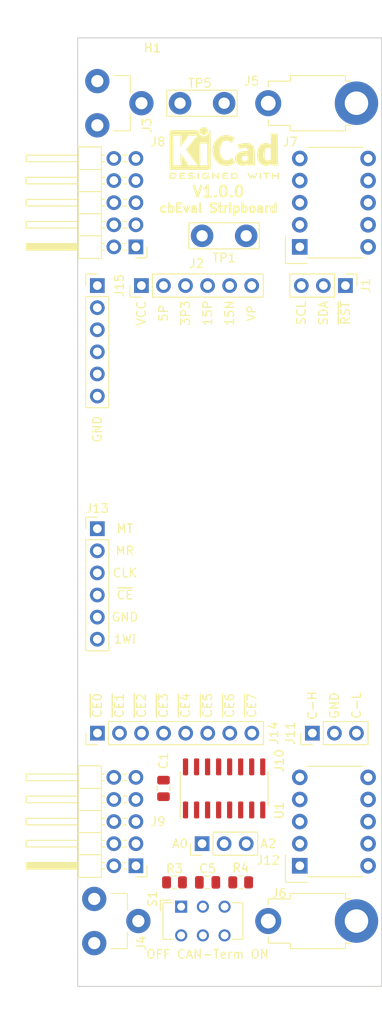
<source format=kicad_pcb>
(kicad_pcb (version 20210228) (generator pcbnew)
  (title_block (title "Stripboard") (rev "1.0.0"))
  (layers (0 "F.Cu" signal) (31 "B.Cu" signal) (34 "B.Paste" user) (35 "F.Paste" user) (36 "B.SilkS" user "B.Silkscreen") (37 "F.SilkS" user "F.Silkscreen") (38 "B.Mask" user) (39 "F.Mask" user) (44 "Edge.Cuts" user))
  (property "TITLE" "cbEval Stripboard")
  (property "VERSION" "V1.0.0")
  (net 0 "")
  (net 1 "VCC")
  (net 2 "GND")
  (net 3 "+5V")
  (net 4 "+3V3")
  (net 5 "/~RESET")
  (net 6 "/SPI-ADR2")
  (net 7 "/One-Wire")
  (net 8 "+VDC")
  (net 9 "Net-(C5-Pad1)")
  (net 10 "Net-(R3-Pad2)")
  (net 11 "Net-(R4-Pad2)")
  (net 14 "-15V")
  (net 15 "+15V")
  (net 16 "/I2C-SCL")
  (net 17 "/I2C-SDA")
  (net 18 "/SPI-ADR1")
  (net 19 "/SPI-ADR0")
  (net 20 "/SPI-~CE")
  (net 21 "/SPI-CLK")
  (net 22 "/SPI-MRST")
  (net 23 "/SPI-MTSR")
  (net 24 "/CAN-L")
  (net 25 "/CAN-H")
  (net 26 "Net-(J14-Pad8)")
  (net 27 "Net-(J14-Pad7)")
  (net 28 "Net-(J14-Pad6)")
  (net 29 "Net-(J14-Pad5)")
  (net 30 "Net-(J14-Pad4)")
  (net 31 "Net-(J14-Pad3)")
  (net 32 "Net-(J14-Pad2)")
  (net 33 "Net-(J14-Pad1)")
  (footprint "BTech.Housing:Camdenboss.CIME.E.BE3500S.1x" (layer "F.Cu") (at 146.05 100.965)
    (fp_text reference "H1" (at -8.89 -53.34 unlocked) (layer "F.SilkS"))
    (fp_text value "CIME.E.BE3500S.1x")
    (fp_line (start -17.5 -54.5) (end 17.5 -54.5) (layer "Edge.Cuts") (width 0.12))
    (fp_line (start 17.5 54.5) (end -17.5 54.5) (layer "Edge.Cuts") (width 0.12))
    (fp_line (start 17.5 -54.5) (end 17.5 54.5) (layer "Edge.Cuts") (width 0.12))
    (fp_line (start -17.5 54.5) (end -17.5 -54.5) (layer "Edge.Cuts") (width 0.12))
  )
  (footprint "Connector_PinHeader_2.54mm:PinHeader_1x08_P2.54mm_Vertical" (layer "F.Cu") (at 130.825 126.365 90)
    (fp_text reference "J14" (at 0 20.305 90) (layer "F.SilkS"))
    (fp_text value "Bergstik-II_8" hide)
    (pad "1" thru_hole rect (at 0 0 90) (size 1.7 1.7) (drill 1) (layers *.Cu *.Mask) (net 33 "Net-(J14-Pad1)"))
    (pad "2" thru_hole oval (at 0 2.54 90) (size 1.7 1.7) (drill 1) (layers *.Cu *.Mask) (net 32 "Net-(J14-Pad2)"))
    (pad "3" thru_hole oval (at 0 5.08 90) (size 1.7 1.7) (drill 1) (layers *.Cu *.Mask) (net 31 "Net-(J14-Pad3)"))
    (pad "4" thru_hole oval (at 0 7.62 90) (size 1.7 1.7) (drill 1) (layers *.Cu *.Mask) (net 30 "Net-(J14-Pad4)"))
    (pad "5" thru_hole oval (at 0 10.16 90) (size 1.7 1.7) (drill 1) (layers *.Cu *.Mask) (net 29 "Net-(J14-Pad5)"))
    (pad "6" thru_hole oval (at 0 12.7 90) (size 1.7 1.7) (drill 1) (layers *.Cu *.Mask) (net 28 "Net-(J14-Pad6)"))
    (pad "7" thru_hole oval (at 0 15.24 90) (size 1.7 1.7) (drill 1) (layers *.Cu *.Mask) (net 27 "Net-(J14-Pad7)"))
    (pad "8" thru_hole oval (at 0 17.78 90) (size 1.7 1.7) (drill 1) (layers *.Cu *.Mask) (net 26 "Net-(J14-Pad8)"))
  )
  (footprint "Connector_PinHeader_2.54mm:PinHeader_1x03_P2.54mm_Vertical" (layer "F.Cu") (at 159.385 74.93 -90)
    (fp_text reference "J1" (at 0 -2.33 90) (layer "F.SilkS"))
    (fp_text value "Bergstik-II_3" hide)
    (pad "1" thru_hole rect (at 0 0 270) (size 1.7 1.7) (drill 1) (layers *.Cu *.Mask) (net 5 "/~RESET"))
    (pad "2" thru_hole oval (at 0 2.54 270) (size 1.7 1.7) (drill 1) (layers *.Cu *.Mask) (net 17 "/I2C-SDA"))
    (pad "3" thru_hole oval (at 0 5.08 270) (size 1.7 1.7) (drill 1) (layers *.Cu *.Mask) (net 16 "/I2C-SCL"))
  )
  (footprint "BTech.Connector.AMPMODU-ModII:Socket.Hor.2x5.6-5535512-4" (layer "F.Cu") (at 161.9955 65.405)
    (fp_text reference "J7" (at -8.9605 -6.985 unlocked) (layer "F.SilkS"))
    (fp_text value "Socket.Hor.2x5.6-5535512-4" hide)
    (pad "1" thru_hole rect (at -7.87 5.08) (size 1.8 1.8) (drill 1) (layers *.Cu *.Mask) (net 1 "VCC"))
    (pad "2" thru_hole circle (at 0 5.08) (size 1.8 1.8) (drill 1) (layers *.Cu *.Mask) (net 1 "VCC"))
    (pad "3" thru_hole circle (at -7.87 2.54) (size 1.8 1.8) (drill 1) (layers *.Cu *.Mask) (net 3 "+5V"))
    (pad "4" thru_hole circle (at 0 2.54) (size 1.8 1.8) (drill 1) (layers *.Cu *.Mask) (net 4 "+3V3"))
    (pad "5" thru_hole circle (at -7.87 0) (size 1.8 1.8) (drill 1) (layers *.Cu *.Mask) (net 15 "+15V"))
    (pad "6" thru_hole circle (at 0 0) (size 1.8 1.8) (drill 1) (layers *.Cu *.Mask) (net 14 "-15V"))
    (pad "7" thru_hole circle (at -7.87 -2.54) (size 1.8 1.8) (drill 1) (layers *.Cu *.Mask) (net 8 "+VDC"))
    (pad "8" thru_hole circle (at 0 -2.54) (size 1.8 1.8) (drill 1) (layers *.Cu *.Mask) (net 5 "/~RESET"))
    (pad "9" thru_hole circle (at -7.87 -5.08) (size 1.8 1.8) (drill 1) (layers *.Cu *.Mask) (net 17 "/I2C-SDA"))
    (pad "10" thru_hole circle (at 0 -5.08) (size 1.8 1.8) (drill 1) (layers *.Cu *.Mask) (net 16 "/I2C-SCL"))
  )
  (footprint "Connector_PinHeader_2.54mm:PinHeader_1x03_P2.54mm_Vertical" (layer "F.Cu") (at 155.575 126.365 90)
    (fp_text reference "J11" (at 0 -2.54 90) (layer "F.SilkS"))
    (fp_text value "Bergstik-II_3" hide)
    (pad "1" thru_hole rect (at 0 0 90) (size 1.7 1.7) (drill 1) (layers *.Cu *.Mask) (net 25 "/CAN-H"))
    (pad "2" thru_hole oval (at 0 2.54 90) (size 1.7 1.7) (drill 1) (layers *.Cu *.Mask) (net 2 "GND"))
    (pad "3" thru_hole oval (at 0 5.08 90) (size 1.7 1.7) (drill 1) (layers *.Cu *.Mask) (net 24 "/CAN-L"))
  )
  (footprint "Connector_PinHeader_2.54mm:PinHeader_2x05_P2.54mm_Horizontal" (layer "F.Cu") (at 135.255 70.485 180)
    (fp_text reference "J8" (at -2.54 12.065) (layer "F.SilkS"))
    (fp_text value "Header.Hor.2x5.9-103326-0-05" hide)
    (pad "1" thru_hole rect (at 0 0 180) (size 1.7 1.7) (drill 1) (layers *.Cu *.Mask) (net 1 "VCC"))
    (pad "2" thru_hole oval (at 2.54 0 180) (size 1.7 1.7) (drill 1) (layers *.Cu *.Mask) (net 1 "VCC"))
    (pad "3" thru_hole oval (at 0 2.54 180) (size 1.7 1.7) (drill 1) (layers *.Cu *.Mask) (net 3 "+5V"))
    (pad "4" thru_hole oval (at 2.54 2.54 180) (size 1.7 1.7) (drill 1) (layers *.Cu *.Mask) (net 4 "+3V3"))
    (pad "5" thru_hole oval (at 0 5.08 180) (size 1.7 1.7) (drill 1) (layers *.Cu *.Mask) (net 15 "+15V"))
    (pad "6" thru_hole oval (at 2.54 5.08 180) (size 1.7 1.7) (drill 1) (layers *.Cu *.Mask) (net 14 "-15V"))
    (pad "7" thru_hole oval (at 0 7.62 180) (size 1.7 1.7) (drill 1) (layers *.Cu *.Mask) (net 8 "+VDC"))
    (pad "8" thru_hole oval (at 2.54 7.62 180) (size 1.7 1.7) (drill 1) (layers *.Cu *.Mask) (net 5 "/~RESET"))
    (pad "9" thru_hole oval (at 0 10.16 180) (size 1.7 1.7) (drill 1) (layers *.Cu *.Mask) (net 17 "/I2C-SDA"))
    (pad "10" thru_hole oval (at 2.54 10.16 180) (size 1.7 1.7) (drill 1) (layers *.Cu *.Mask) (net 16 "/I2C-SCL"))
  )
  (footprint "BTech.Connector.QuickConnect:Keystone.4918" (layer "F.Cu") (at 130.457499 147.955)
    (fp_text reference "J4" (at 5.432501 2.54 90 unlocked) (layer "F.SilkS"))
    (fp_text value "Keystone.4918" hide)
    (pad "1" thru_hole circle (at 0 -2.54) (size 2.8 2.8) (drill 1.4) (layers *.Cu *.Mask) (net 2 "GND"))
    (pad "1" thru_hole circle (at 5.08 0) (size 2.8 2.8) (drill 1.4) (layers *.Cu *.Mask) (net 2 "GND"))
    (pad "1" thru_hole circle (at 0 2.54) (size 2.8 2.8) (drill 1.4) (layers *.Cu *.Mask) (net 2 "GND"))
  )
  (footprint "Capacitor_SMD:C_0805_2012Metric" (layer "F.Cu") (at 143.51 143.51 180)
    (fp_text reference "C5" (at 0 1.5875) (layer "F.SilkS"))
    (fp_text value "4n7" hide)
    (pad "1" smd roundrect (at -0.95 0 180) (size 1 1.45) (layers "F.Cu" "F.Paste" "F.Mask") (net 9 "Net-(C5-Pad1)"))
    (pad "2" smd roundrect (at 0.95 0 180) (size 1 1.45) (layers "F.Cu" "F.Paste" "F.Mask") (net 2 "GND"))
  )
  (footprint "Connector_PinHeader_2.54mm:PinHeader_2x05_P2.54mm_Horizontal" (layer "F.Cu") (at 135.255 141.605 180)
    (fp_text reference "J9" (at -2.54 5.08) (layer "F.SilkS"))
    (fp_text value "Header.Hor.2x5.9-103326-0-05" hide)
    (pad "1" thru_hole rect (at 0 0 180) (size 1.7 1.7) (drill 1) (layers *.Cu *.Mask) (net 25 "/CAN-H"))
    (pad "2" thru_hole oval (at 2.54 0 180) (size 1.7 1.7) (drill 1) (layers *.Cu *.Mask) (net 24 "/CAN-L"))
    (pad "3" thru_hole oval (at 0 2.54 180) (size 1.7 1.7) (drill 1) (layers *.Cu *.Mask) (net 23 "/SPI-MTSR"))
    (pad "4" thru_hole oval (at 2.54 2.54 180) (size 1.7 1.7) (drill 1) (layers *.Cu *.Mask) (net 22 "/SPI-MRST"))
    (pad "5" thru_hole oval (at 0 5.08 180) (size 1.7 1.7) (drill 1) (layers *.Cu *.Mask) (net 21 "/SPI-CLK"))
    (pad "6" thru_hole oval (at 2.54 5.08 180) (size 1.7 1.7) (drill 1) (layers *.Cu *.Mask) (net 20 "/SPI-~CE"))
    (pad "7" thru_hole oval (at 0 7.62 180) (size 1.7 1.7) (drill 1) (layers *.Cu *.Mask) (net 19 "/SPI-ADR0"))
    (pad "8" thru_hole oval (at 2.54 7.62 180) (size 1.7 1.7) (drill 1) (layers *.Cu *.Mask) (net 18 "/SPI-ADR1"))
    (pad "9" thru_hole oval (at 0 10.16 180) (size 1.7 1.7) (drill 1) (layers *.Cu *.Mask) (net 6 "/SPI-ADR2"))
    (pad "10" thru_hole oval (at 2.54 10.16 180) (size 1.7 1.7) (drill 1) (layers *.Cu *.Mask) (net 7 "/One-Wire"))
  )
  (footprint "TestPoint:TestPoint_Bridge_Pitch5.08mm_Drill1.3mm" (layer "F.Cu") (at 147.955 69.215 180)
    (fp_text reference "TP1" (at 2.54 -2.54) (layer "F.SilkS"))
    (fp_text value "TAB1287" hide)
    (pad "1" thru_hole circle (at 0 0 180) (size 2.6 2.6) (drill 1.3) (layers *.Cu *.Mask) (net 2 "GND"))
    (pad "1" thru_hole circle (at 5.08 0 180) (size 2.6 2.6) (drill 1.3) (layers *.Cu *.Mask) (net 2 "GND"))
  )
  (footprint "TestPoint:TestPoint_Bridge_Pitch5.08mm_Drill1.3mm" (layer "F.Cu") (at 145.415 53.975 180)
    (fp_text reference "TP5" (at 2.8 2.3) (layer "F.SilkS"))
    (fp_text value "TAB1287" hide)
    (pad "1" thru_hole circle (at 5.08 0 180) (size 2.6 2.6) (drill 1.3) (layers *.Cu *.Mask) (net 2 "GND"))
    (pad "1" thru_hole circle (at 0 0 180) (size 2.6 2.6) (drill 1.3) (layers *.Cu *.Mask) (net 2 "GND"))
  )
  (footprint "Resistor_SMD:R_0805_2012Metric" (layer "F.Cu") (at 139.7 143.51 180)
    (fp_text reference "R3" (at 0 1.5875) (layer "F.SilkS"))
    (fp_text value "60R4" hide)
    (pad "1" smd roundrect (at -0.9125 0 180) (size 1.025 1.4) (layers "F.Cu" "F.Paste" "F.Mask") (roundrect_rratio 0.243902) (net 9 "Net-(C5-Pad1)"))
    (pad "2" smd roundrect (at 0.9125 0 180) (size 1.025 1.4) (layers "F.Cu" "F.Paste" "F.Mask") (roundrect_rratio 0.243902) (net 10 "Net-(R3-Pad2)"))
  )
  (footprint "BTech.Connector.QuickConnect:Keystone.4918" (layer "F.Cu") (at 130.81 53.975)
    (fp_text reference "J3" (at 5.715 2.54 90 unlocked) (layer "F.SilkS"))
    (fp_text value "Keystone.4918" hide)
    (pad "1" thru_hole circle (at 0 -2.54) (size 2.8 2.8) (drill 1.4) (layers *.Cu *.Mask) (net 2 "GND"))
    (pad "1" thru_hole circle (at 5.08 0) (size 2.8 2.8) (drill 1.4) (layers *.Cu *.Mask) (net 2 "GND"))
    (pad "1" thru_hole circle (at 0 2.54) (size 2.8 2.8) (drill 1.4) (layers *.Cu *.Mask) (net 2 "GND"))
  )
  (footprint "BTech.Connector.QuickConnect:Keystone.3571" (layer "F.Cu") (at 155.575 53.975)
    (fp_text reference "J5" (at -6.985 -2.54 unlocked) (layer "F.SilkS"))
    (fp_text value "Keystone.3571" hide)
    (pad "1" thru_hole circle (at -5.08 0) (size 3 3) (drill 1.7) (layers *.Cu *.Mask) (net 2 "GND"))
    (pad "1" thru_hole circle (at 5.08 0) (size 5 5) (drill 2.7) (layers *.Cu *.Mask) (net 2 "GND"))
  )
  (footprint "Resistor_SMD:R_0805_2012Metric" (layer "F.Cu") (at 147.32 143.51)
    (fp_text reference "R4" (at 0 -1.65) (layer "F.SilkS"))
    (fp_text value "60R4" hide)
    (pad "1" smd roundrect (at -0.9125 0) (size 1.025 1.4) (layers "F.Cu" "F.Paste" "F.Mask") (roundrect_rratio 0.243902) (net 9 "Net-(C5-Pad1)"))
    (pad "2" smd roundrect (at 0.9125 0) (size 1.025 1.4) (layers "F.Cu" "F.Paste" "F.Mask") (roundrect_rratio 0.243902) (net 11 "Net-(R4-Pad2)"))
  )
  (footprint "Connector_PinHeader_2.54mm:PinHeader_1x06_P2.54mm_Vertical" (layer "F.Cu") (at 130.81 102.87)
    (fp_text reference "J13" (at 0 -2.33) (layer "F.SilkS"))
    (fp_text value "Bergstik-II_6" hide)
    (pad "1" thru_hole rect (at 0 0) (size 1.7 1.7) (drill 1) (layers *.Cu *.Mask) (net 23 "/SPI-MTSR"))
    (pad "2" thru_hole oval (at 0 2.54) (size 1.7 1.7) (drill 1) (layers *.Cu *.Mask) (net 22 "/SPI-MRST"))
    (pad "3" thru_hole oval (at 0 5.08) (size 1.7 1.7) (drill 1) (layers *.Cu *.Mask) (net 21 "/SPI-CLK"))
    (pad "4" thru_hole oval (at 0 7.62) (size 1.7 1.7) (drill 1) (layers *.Cu *.Mask) (net 20 "/SPI-~CE"))
    (pad "5" thru_hole oval (at 0 10.16) (size 1.7 1.7) (drill 1) (layers *.Cu *.Mask) (net 2 "GND"))
    (pad "6" thru_hole oval (at 0 12.7) (size 1.7 1.7) (drill 1) (layers *.Cu *.Mask) (net 7 "/One-Wire"))
  )
  (footprint "Connector_PinHeader_2.54mm:PinHeader_1x03_P2.54mm_Vertical" (layer "F.Cu") (at 142.875 139.065 90)
    (fp_text reference "J12" (at -1.905 7.62) (layer "F.SilkS"))
    (fp_text value "Bergstik-II_3" hide)
    (pad "1" thru_hole rect (at 0 0 90) (size 1.7 1.7) (drill 1) (layers *.Cu *.Mask) (net 19 "/SPI-ADR0"))
    (pad "2" thru_hole oval (at 0 2.54 90) (size 1.7 1.7) (drill 1) (layers *.Cu *.Mask) (net 18 "/SPI-ADR1"))
    (pad "3" thru_hole oval (at 0 5.08 90) (size 1.7 1.7) (drill 1) (layers *.Cu *.Mask) (net 6 "/SPI-ADR2"))
  )
  (footprint "Connector_PinHeader_2.54mm:PinHeader_1x06_P2.54mm_Vertical" (layer "F.Cu") (at 135.89 74.93 90)
    (fp_text reference "J2" (at 2.54 6.35 180) (layer "F.SilkS"))
    (fp_text value "Bergstik-II_6" hide)
    (pad "1" thru_hole rect (at 0 0 90) (size 1.7 1.7) (drill 1) (layers *.Cu *.Mask) (net 1 "VCC"))
    (pad "2" thru_hole oval (at 0 2.54 90) (size 1.7 1.7) (drill 1) (layers *.Cu *.Mask) (net 3 "+5V"))
    (pad "3" thru_hole oval (at 0 5.08 90) (size 1.7 1.7) (drill 1) (layers *.Cu *.Mask) (net 4 "+3V3"))
    (pad "4" thru_hole oval (at 0 7.62 90) (size 1.7 1.7) (drill 1) (layers *.Cu *.Mask) (net 15 "+15V"))
    (pad "5" thru_hole oval (at 0 10.16 90) (size 1.7 1.7) (drill 1) (layers *.Cu *.Mask) (net 14 "-15V"))
    (pad "6" thru_hole oval (at 0 12.7 90) (size 1.7 1.7) (drill 1) (layers *.Cu *.Mask) (net 8 "+VDC"))
  )
  (footprint "Capacitor_SMD:C_0805_2012Metric" (layer "F.Cu") (at 138.43 132.715 -90)
    (fp_text reference "C1" (at -3.175 0 90) (layer "F.SilkS"))
    (fp_text value "100n" hide)
    (pad "1" smd roundrect (at -0.95 0 270) (size 1 1.45) (layers "F.Cu" "F.Paste" "F.Mask") (net 1 "VCC"))
    (pad "2" smd roundrect (at 0.95 0 270) (size 1 1.45) (layers "F.Cu" "F.Paste" "F.Mask") (net 2 "GND"))
  )
  (footprint "Package_SO:SOIC-16_3.9x9.9mm_P1.27mm" (layer "F.Cu") (at 145.415 132.715 90)
    (fp_text reference "U1" (at -2.54 6.35 270) (layer "F.SilkS"))
    (fp_text value "SN74AHC138D" hide)
    (pad "1" smd roundrect (at -2.475 -4.445 90) (size 1.95 0.6) (layers "F.Cu" "F.Paste" "F.Mask") (net 19 "/SPI-ADR0"))
    (pad "2" smd roundrect (at -2.475 -3.175 90) (size 1.95 0.6) (layers "F.Cu" "F.Paste" "F.Mask") (net 18 "/SPI-ADR1"))
    (pad "3" smd roundrect (at -2.475 -1.905 90) (size 1.95 0.6) (layers "F.Cu" "F.Paste" "F.Mask") (net 6 "/SPI-ADR2"))
    (pad "4" smd roundrect (at -2.475 -0.635 90) (size 1.95 0.6) (layers "F.Cu" "F.Paste" "F.Mask") (net 20 "/SPI-~CE"))
    (pad "5" smd roundrect (at -2.475 0.635 90) (size 1.95 0.6) (layers "F.Cu" "F.Paste" "F.Mask") (net 2 "GND"))
    (pad "6" smd roundrect (at -2.475 1.905 90) (size 1.95 0.6) (layers "F.Cu" "F.Paste" "F.Mask") (net 1 "VCC"))
    (pad "7" smd roundrect (at -2.475 3.175 90) (size 1.95 0.6) (layers "F.Cu" "F.Paste" "F.Mask") (net 26 "Net-(J14-Pad8)"))
    (pad "8" smd roundrect (at -2.475 4.445 90) (size 1.95 0.6) (layers "F.Cu" "F.Paste" "F.Mask") (net 2 "GND"))
    (pad "9" smd roundrect (at 2.475 4.445 90) (size 1.95 0.6) (layers "F.Cu" "F.Paste" "F.Mask") (net 27 "Net-(J14-Pad7)"))
    (pad "10" smd roundrect (at 2.475 3.175 90) (size 1.95 0.6) (layers "F.Cu" "F.Paste" "F.Mask") (net 28 "Net-(J14-Pad6)"))
    (pad "11" smd roundrect (at 2.475 1.905 90) (size 1.95 0.6) (layers "F.Cu" "F.Paste" "F.Mask") (net 29 "Net-(J14-Pad5)"))
    (pad "12" smd roundrect (at 2.475 0.635 90) (size 1.95 0.6) (layers "F.Cu" "F.Paste" "F.Mask") (net 30 "Net-(J14-Pad4)"))
    (pad "13" smd roundrect (at 2.475 -0.635 90) (size 1.95 0.6) (layers "F.Cu" "F.Paste" "F.Mask") (net 31 "Net-(J14-Pad3)"))
    (pad "14" smd roundrect (at 2.475 -1.905 90) (size 1.95 0.6) (layers "F.Cu" "F.Paste" "F.Mask") (net 32 "Net-(J14-Pad2)"))
    (pad "15" smd roundrect (at 2.475 -3.175 90) (size 1.95 0.6) (layers "F.Cu" "F.Paste" "F.Mask") (net 33 "Net-(J14-Pad1)"))
    (pad "16" smd roundrect (at 2.475 -4.445 90) (size 1.95 0.6) (layers "F.Cu" "F.Paste" "F.Mask") (net 1 "VCC"))
  )
  (footprint "Button_Switch_THT:SW_CuK_JS202011CQN_DPDT_Straight" (layer "F.Cu") (at 140.4675 146.304991)
    (fp_text reference "S1" (at -3.3075 -0.889991 90) (layer "F.SilkS"))
    (fp_text value "C&K-JS202011" hide)
    (pad "1" thru_hole rect (at 0 0) (size 1.4 1.4) (drill 0.9) (layers *.Cu *.Mask))
    (pad "2" thru_hole circle (at 2.5 0) (size 1.4 1.4) (drill 0.9) (layers *.Cu *.Mask) (net 25 "/CAN-H"))
    (pad "3" thru_hole circle (at 5 0) (size 1.4 1.4) (drill 0.9) (layers *.Cu *.Mask) (net 10 "Net-(R3-Pad2)"))
    (pad "4" thru_hole circle (at 0 3.3) (size 1.4 1.4) (drill 0.9) (layers *.Cu *.Mask))
    (pad "5" thru_hole circle (at 2.5 3.3) (size 1.4 1.4) (drill 0.9) (layers *.Cu *.Mask) (net 24 "/CAN-L"))
    (pad "6" thru_hole circle (at 5 3.3) (size 1.4 1.4) (drill 0.9) (layers *.Cu *.Mask) (net 11 "Net-(R4-Pad2)"))
  )
  (footprint "BTech.Connector.QuickConnect:Keystone.3571" (layer "F.Cu") (at 155.575 147.955)
    (fp_text reference "J6" (at -3.81 -3.175 unlocked) (layer "F.SilkS"))
    (fp_text value "Keystone.3571" hide)
    (pad "1" thru_hole circle (at 5.08 0) (size 5 5) (drill 2.7) (layers *.Cu *.Mask) (net 2 "GND"))
    (pad "1" thru_hole circle (at -5.08 0) (size 3 3) (drill 1.7) (layers *.Cu *.Mask) (net 2 "GND"))
  )
  (footprint "Symbol:KiCad-Logo2_5mm_SilkScreen" (layer "F.Cu") (at 145.415 59.69)
    (fp_text reference "MP1" hide)
    (fp_text value "KiCAD-Logo2.5mm.SilkScreen" hide)
  )
  (footprint "Connector_PinHeader_2.54mm:PinHeader_1x06_P2.54mm_Vertical" (layer "F.Cu") (at 130.81 74.93)
    (fp_text reference "J15" (at 2.54 0 90) (layer "F.SilkS"))
    (fp_text value "Bergstik-II_6" hide)
    (pad "1" thru_hole rect (at 0 0) (size 1.7 1.7) (drill 1) (layers *.Cu *.Mask) (net 2 "GND"))
    (pad "2" thru_hole oval (at 0 2.54) (size 1.7 1.7) (drill 1) (layers *.Cu *.Mask) (net 2 "GND"))
    (pad "3" thru_hole oval (at 0 5.08) (size 1.7 1.7) (drill 1) (layers *.Cu *.Mask) (net 2 "GND"))
    (pad "4" thru_hole oval (at 0 7.62) (size 1.7 1.7) (drill 1) (layers *.Cu *.Mask) (net 2 "GND"))
    (pad "5" thru_hole oval (at 0 10.16) (size 1.7 1.7) (drill 1) (layers *.Cu *.Mask) (net 2 "GND"))
    (pad "6" thru_hole oval (at 0 12.7) (size 1.7 1.7) (drill 1) (layers *.Cu *.Mask) (net 2 "GND"))
  )
  (footprint "BTech.Connector.AMPMODU-ModII:Socket.Hor.2x5.6-5535512-4" (layer "F.Cu") (at 161.99551 136.525)
    (fp_text reference "J10" (at -10.23051 -6.985 90 unlocked) (layer "F.SilkS"))
    (fp_text value "Socket.Hor.2x5.6-5535512-4" hide)
    (pad "1" thru_hole rect (at -7.87 5.08) (size 1.8 1.8) (drill 1) (layers *.Cu *.Mask) (net 25 "/CAN-H"))
    (pad "2" thru_hole circle (at 0 5.08) (size 1.8 1.8) (drill 1) (layers *.Cu *.Mask) (net 24 "/CAN-L"))
    (pad "3" thru_hole circle (at -7.87 2.54) (size 1.8 1.8) (drill 1) (layers *.Cu *.Mask) (net 23 "/SPI-MTSR"))
    (pad "4" thru_hole circle (at 0 2.54) (size 1.8 1.8) (drill 1) (layers *.Cu *.Mask) (net 22 "/SPI-MRST"))
    (pad "5" thru_hole circle (at -7.87 0) (size 1.8 1.8) (drill 1) (layers *.Cu *.Mask) (net 21 "/SPI-CLK"))
    (pad "6" thru_hole circle (at 0 0) (size 1.8 1.8) (drill 1) (layers *.Cu *.Mask) (net 20 "/SPI-~CE"))
    (pad "7" thru_hole circle (at -7.87 -2.54) (size 1.8 1.8) (drill 1) (layers *.Cu *.Mask) (net 19 "/SPI-ADR0"))
    (pad "8" thru_hole circle (at 0 -2.54) (size 1.8 1.8) (drill 1) (layers *.Cu *.Mask) (net 18 "/SPI-ADR1"))
    (pad "9" thru_hole circle (at -7.87 -5.08) (size 1.8 1.8) (drill 1) (layers *.Cu *.Mask) (net 6 "/SPI-ADR2"))
    (pad "10" thru_hole circle (at 0 -5.08) (size 1.8 1.8) (drill 1) (layers *.Cu *.Mask) (net 7 "/One-Wire"))
  )
  (gr_text "CLK" (at 133.985 107.95) (layer "F.SilkS") (effects (font (size 1 1))))
  (gr_text "5P" (at 138.43 78.105 90) (layer "F.SilkS") (effects (font (size 1 1))))
  (gr_text "SDA" (at 156.845 78.105 90) (layer "F.SilkS") (effects (font (size 1 1))))
  (gr_text "${TITLE}" (at 144.78 66.04) (layer "F.SilkS") (effects (font (size 1.016 1.016) (thickness 0.254))))
  (gr_text "~CE0" (at 130.81 123.19 90) (layer "F.SilkS") (effects (font (size 1 1))))
  (gr_text "GND" (at 133.985 113.03) (layer "F.SilkS") (effects (font (size 1 1))))
  (gr_text "~CE" (at 133.985 110.49) (layer "F.SilkS") (effects (font (size 1 1))))
  (gr_text "A2" (at 150.495 139.065) (layer "F.SilkS") (effects (font (size 1 1))))
  (gr_text "~CE4" (at 140.97 123.19 90) (layer "F.SilkS") (effects (font (size 1 1))))
  (gr_text "~CE3" (at 138.43 123.19 90) (layer "F.SilkS") (effects (font (size 1 1))))
  (gr_text "15N" (at 146.05 78.105 90) (layer "F.SilkS") (effects (font (size 1 1))))
  (gr_text "${VERSION}" (at 144.78 64.135) (layer "F.SilkS") (effects (font (size 1.27 1.27) (thickness 0.254))))
  (gr_text "GND" (at 130.81 91.44 90) (layer "F.SilkS") (effects (font (size 1 1))))
  (gr_text "~CE7" (at 148.59 123.19 90) (layer "F.SilkS") (effects (font (size 1 1))))
  (gr_text "MT" (at 133.985 102.87) (layer "F.SilkS") (effects (font (size 1 1))))
  (gr_text "A0" (at 140.335 139.065) (layer "F.SilkS") (effects (font (size 1 1))))
  (gr_text "~CE2" (at 135.89 123.19 90) (layer "F.SilkS") (effects (font (size 1 1))))
  (gr_text "1Wi" (at 133.985 115.57) (layer "F.SilkS") (effects (font (size 1 1))))
  (gr_text "GND" (at 158.115 123.19 90) (layer "F.SilkS") (effects (font (size 1 1))))
  (gr_text "SCL" (at 154.305 78.105 90) (layer "F.SilkS") (effects (font (size 1 1))))
  (gr_text "15P" (at 143.51 78.105 90) (layer "F.SilkS") (effects (font (size 1 1))))
  (gr_text "~CE1" (at 133.35 123.19 90) (layer "F.SilkS") (effects (font (size 1 1))))
  (gr_text "VCC" (at 135.89 78.105 90) (layer "F.SilkS") (effects (font (size 1 1))))
  (gr_text "VP" (at 148.59 78.105 90) (layer "F.SilkS") (effects (font (size 1 1))))
  (gr_text "~CE6" (at 146.05 123.19 90) (layer "F.SilkS") (effects (font (size 1 1))))
  (gr_text "~RST" (at 159.385 78.105 90) (layer "F.SilkS") (effects (font (size 1 1))))
  (gr_text "OFF CAN-Term ON" (at 143.51 151.765) (layer "F.SilkS") (effects (font (size 1 1))))
  (gr_text "3P3" (at 140.97 78.105 90) (layer "F.SilkS") (effects (font (size 1 1))))
  (gr_text "~CE5" (at 143.51 123.19 90) (layer "F.SilkS") (effects (font (size 1 1))))
  (gr_text "C-H" (at 155.575 123.19 90) (layer "F.SilkS") (effects (font (size 1 1))))
  (gr_text "C-L" (at 160.655 123.19 90) (layer "F.SilkS") (effects (font (size 1 1))))
  (gr_text "MR" (at 133.985 105.41) (layer "F.SilkS") (effects (font (size 1 1))))
)
</source>
